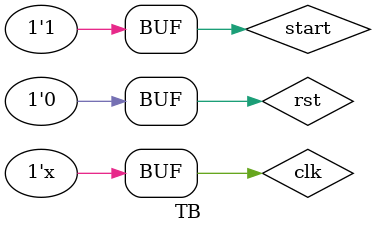
<source format=v>
module TB();
	reg start = 0, clk = 0, rst = 0, run = 0;
	wire fail, done;
	wire[1:0] move;
	rat UUT(start, clk, rst, run, fail, done, move);
	always #10 clk = ~clk;
initial begin
	#25 start = 1;
	#14000 rst = 1; run = 0;
	#20 rst = 0;
end
always@(posedge done) begin
	#95 run = 1;
end
endmodule
</source>
